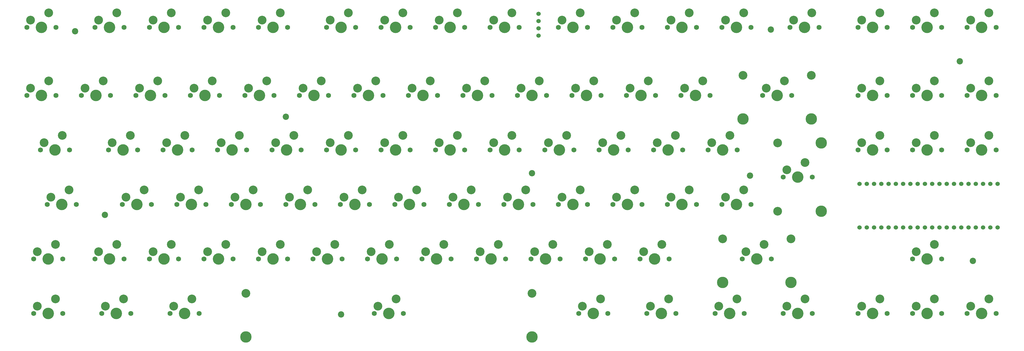
<source format=gts>
G04 #@! TF.GenerationSoftware,KiCad,Pcbnew,8.0.6*
G04 #@! TF.CreationDate,2024-12-17T01:06:02+01:00*
G04 #@! TF.ProjectId,wxKeyboard,77784b65-7962-46f6-9172-642e6b696361,rev?*
G04 #@! TF.SameCoordinates,Original*
G04 #@! TF.FileFunction,Soldermask,Top*
G04 #@! TF.FilePolarity,Negative*
%FSLAX46Y46*%
G04 Gerber Fmt 4.6, Leading zero omitted, Abs format (unit mm)*
G04 Created by KiCad (PCBNEW 8.0.6) date 2024-12-17 01:06:02*
%MOMM*%
%LPD*%
G01*
G04 APERTURE LIST*
%ADD10C,2.200000*%
%ADD11C,3.048000*%
%ADD12C,3.987800*%
%ADD13C,1.750000*%
%ADD14C,3.050000*%
%ADD15C,4.000000*%
%ADD16C,1.524000*%
G04 APERTURE END LIST*
D10*
X357200000Y-377200000D03*
X433400000Y-378100000D03*
X290500000Y-426600000D03*
X271200000Y-357500000D03*
X506700000Y-338100000D03*
X440700000Y-327000000D03*
X511300000Y-407900000D03*
X197500000Y-327600000D03*
X207900000Y-391800000D03*
D11*
X443071250Y-390556750D03*
D12*
X458281250Y-390556750D03*
D11*
X443071250Y-366680750D03*
D12*
X458281250Y-366680750D03*
D13*
X421163750Y-426243750D03*
D14*
X422433750Y-423703750D03*
D15*
X426243750Y-426243750D03*
D14*
X428783750Y-421163750D03*
D13*
X431323750Y-426243750D03*
X509270000Y-369093750D03*
D14*
X510540000Y-366553750D03*
D15*
X514350000Y-369093750D03*
D14*
X516890000Y-364013750D03*
D13*
X519430000Y-369093750D03*
X375887500Y-407193750D03*
D14*
X377157500Y-404653750D03*
D15*
X380967500Y-407193750D03*
D14*
X383507500Y-402113750D03*
D13*
X386047500Y-407193750D03*
X471170000Y-326231250D03*
D14*
X472440000Y-323691250D03*
D15*
X476250000Y-326231250D03*
D14*
X478790000Y-321151250D03*
D13*
X481330000Y-326231250D03*
X366395000Y-388143750D03*
D14*
X367665000Y-385603750D03*
D15*
X371475000Y-388143750D03*
D14*
X374015000Y-383063750D03*
D13*
X376555000Y-388143750D03*
X285432500Y-326231250D03*
D14*
X286702500Y-323691250D03*
D15*
X290512500Y-326231250D03*
D14*
X293052500Y-321151250D03*
D13*
X295592500Y-326231250D03*
X423545000Y-326231250D03*
D14*
X424815000Y-323691250D03*
D15*
X428625000Y-326231250D03*
D14*
X431165000Y-321151250D03*
D13*
X433705000Y-326231250D03*
D11*
X257181250Y-419258750D03*
D12*
X257181250Y-434468750D03*
D11*
X357181250Y-419258750D03*
D12*
X357181250Y-434468750D03*
D13*
X509270000Y-326231250D03*
D14*
X510540000Y-323691250D03*
D15*
X514350000Y-326231250D03*
D14*
X516890000Y-321151250D03*
D13*
X519430000Y-326231250D03*
X404495000Y-388143750D03*
D14*
X405765000Y-385603750D03*
D15*
X409575000Y-388143750D03*
D14*
X412115000Y-383063750D03*
D13*
X414655000Y-388143750D03*
X187801250Y-388143750D03*
D14*
X189071250Y-385603750D03*
D15*
X192881250Y-388143750D03*
D14*
X195421250Y-383063750D03*
D13*
X197961250Y-388143750D03*
X261620000Y-407193750D03*
D14*
X262890000Y-404653750D03*
D15*
X266700000Y-407193750D03*
D14*
X269240000Y-402113750D03*
D13*
X271780000Y-407193750D03*
X261620000Y-326231250D03*
D14*
X262890000Y-323691250D03*
D15*
X266700000Y-326231250D03*
D14*
X269240000Y-321151250D03*
D13*
X271780000Y-326231250D03*
X280670000Y-407193750D03*
D14*
X281940000Y-404653750D03*
D15*
X285750000Y-407193750D03*
D14*
X288290000Y-402113750D03*
D13*
X290830000Y-407193750D03*
X223520000Y-407193750D03*
D14*
X224790000Y-404653750D03*
D15*
X228600000Y-407193750D03*
D14*
X231140000Y-402113750D03*
D13*
X233680000Y-407193750D03*
X237807500Y-350043750D03*
D14*
X239077500Y-347503750D03*
D15*
X242887500Y-350043750D03*
D14*
X245427500Y-344963750D03*
D13*
X247967500Y-350043750D03*
X290195000Y-388143750D03*
D14*
X291465000Y-385603750D03*
D15*
X295275000Y-388143750D03*
D14*
X297815000Y-383063750D03*
D13*
X300355000Y-388143750D03*
X447357500Y-326231250D03*
D14*
X448627500Y-323691250D03*
D15*
X452437500Y-326231250D03*
D14*
X454977500Y-321151250D03*
D13*
X457517500Y-326231250D03*
X323532500Y-326231250D03*
D14*
X324802500Y-323691250D03*
D15*
X328612500Y-326231250D03*
D14*
X331152500Y-321151250D03*
D13*
X333692500Y-326231250D03*
X230663750Y-426243750D03*
D14*
X231933750Y-423703750D03*
D15*
X235743750Y-426243750D03*
D14*
X238283750Y-421163750D03*
D13*
X240823750Y-426243750D03*
X342582500Y-326231250D03*
D14*
X343852500Y-323691250D03*
D15*
X347662500Y-326231250D03*
D14*
X350202500Y-321151250D03*
D13*
X352742500Y-326231250D03*
X373538750Y-426243750D03*
D14*
X374808750Y-423703750D03*
D15*
X378618750Y-426243750D03*
D14*
X381158750Y-421163750D03*
D13*
X383698750Y-426243750D03*
X342582500Y-369093750D03*
D14*
X343852500Y-366553750D03*
D15*
X347662500Y-369093750D03*
D14*
X350202500Y-364013750D03*
D13*
X352742500Y-369093750D03*
X204470000Y-407193750D03*
D14*
X205740000Y-404653750D03*
D15*
X209550000Y-407193750D03*
D14*
X212090000Y-402113750D03*
D13*
X214630000Y-407193750D03*
X490220000Y-326231250D03*
D14*
X491490000Y-323691250D03*
D15*
X495300000Y-326231250D03*
D14*
X497840000Y-321151250D03*
D13*
X500380000Y-326231250D03*
X285432500Y-369093750D03*
D14*
X286702500Y-366553750D03*
D15*
X290512500Y-369093750D03*
D14*
X293052500Y-364013750D03*
D13*
X295592500Y-369093750D03*
X266382500Y-369093750D03*
D14*
X267652500Y-366553750D03*
D15*
X271462500Y-369093750D03*
D14*
X274002500Y-364013750D03*
D13*
X276542500Y-369093750D03*
X213995000Y-388143750D03*
D14*
X215265000Y-385603750D03*
D15*
X219075000Y-388143750D03*
D14*
X221615000Y-383063750D03*
D13*
X224155000Y-388143750D03*
X180657500Y-326231250D03*
D14*
X181927500Y-323691250D03*
D15*
X185737500Y-326231250D03*
D14*
X188277500Y-321151250D03*
D13*
X190817500Y-326231250D03*
X385445000Y-326231250D03*
D14*
X386715000Y-323691250D03*
D15*
X390525000Y-326231250D03*
D14*
X393065000Y-321151250D03*
D13*
X395605000Y-326231250D03*
D11*
X430974500Y-343058750D03*
D12*
X430974500Y-358268750D03*
D11*
X454850500Y-343058750D03*
D12*
X454850500Y-358268750D03*
D13*
X204470000Y-326231250D03*
D14*
X205740000Y-323691250D03*
D15*
X209550000Y-326231250D03*
D14*
X212090000Y-321151250D03*
D13*
X214630000Y-326231250D03*
X328295000Y-388143750D03*
D14*
X329565000Y-385603750D03*
D15*
X333375000Y-388143750D03*
D14*
X335915000Y-383063750D03*
D13*
X338455000Y-388143750D03*
X314007500Y-350043750D03*
D14*
X315277500Y-347503750D03*
D15*
X319087500Y-350043750D03*
D14*
X321627500Y-344963750D03*
D13*
X324167500Y-350043750D03*
X356870000Y-407193750D03*
D14*
X358140000Y-404653750D03*
D15*
X361950000Y-407193750D03*
D14*
X364490000Y-402113750D03*
D13*
X367030000Y-407193750D03*
X490220000Y-426243750D03*
D14*
X491490000Y-423703750D03*
D15*
X495300000Y-426243750D03*
D14*
X497840000Y-421163750D03*
D13*
X500380000Y-426243750D03*
X183038750Y-407193750D03*
D14*
X184308750Y-404653750D03*
D15*
X188118750Y-407193750D03*
D14*
X190658750Y-402113750D03*
D13*
X193198750Y-407193750D03*
X242570000Y-326231250D03*
D14*
X243840000Y-323691250D03*
D15*
X247650000Y-326231250D03*
D14*
X250190000Y-321151250D03*
D13*
X252730000Y-326231250D03*
X304482500Y-369093750D03*
D14*
X305752500Y-366553750D03*
D15*
X309562500Y-369093750D03*
D14*
X312102500Y-364013750D03*
D13*
X314642500Y-369093750D03*
X304482500Y-326231250D03*
D14*
X305752500Y-323691250D03*
D15*
X309562500Y-326231250D03*
D14*
X312102500Y-321151250D03*
D13*
X314642500Y-326231250D03*
X333057500Y-350043750D03*
D14*
X334327500Y-347503750D03*
D15*
X338137500Y-350043750D03*
D14*
X340677500Y-344963750D03*
D13*
X343217500Y-350043750D03*
X399732500Y-369093750D03*
D14*
X401002500Y-366553750D03*
D15*
X404812500Y-369093750D03*
D14*
X407352500Y-364013750D03*
D13*
X409892500Y-369093750D03*
X242570000Y-407193750D03*
D14*
X243840000Y-404653750D03*
D15*
X247650000Y-407193750D03*
D14*
X250190000Y-402113750D03*
D13*
X252730000Y-407193750D03*
X228282500Y-369093750D03*
D14*
X229552500Y-366553750D03*
D15*
X233362500Y-369093750D03*
D14*
X235902500Y-364013750D03*
D13*
X238442500Y-369093750D03*
X256857500Y-350043750D03*
D14*
X258127500Y-347503750D03*
D15*
X261937500Y-350043750D03*
D14*
X264477500Y-344963750D03*
D13*
X267017500Y-350043750D03*
X185420000Y-369093750D03*
D14*
X186690000Y-366553750D03*
D15*
X190500000Y-369093750D03*
D14*
X193040000Y-364013750D03*
D13*
X195580000Y-369093750D03*
X437832500Y-350043750D03*
D14*
X439102500Y-347503750D03*
D15*
X442912500Y-350043750D03*
D14*
X445452500Y-344963750D03*
D13*
X447992500Y-350043750D03*
X183038750Y-426243750D03*
D14*
X184308750Y-423703750D03*
D15*
X188118750Y-426243750D03*
D14*
X190658750Y-421163750D03*
D13*
X193198750Y-426243750D03*
X444976250Y-378618750D03*
D14*
X446246250Y-376078750D03*
D15*
X450056250Y-378618750D03*
D14*
X452596250Y-373538750D03*
D13*
X455136250Y-378618750D03*
X294957500Y-350043750D03*
D14*
X296227500Y-347503750D03*
D15*
X300037500Y-350043750D03*
D14*
X302577500Y-344963750D03*
D13*
X305117500Y-350043750D03*
X471170000Y-350043750D03*
D14*
X472440000Y-347503750D03*
D15*
X476250000Y-350043750D03*
D14*
X478790000Y-344963750D03*
D13*
X481330000Y-350043750D03*
X318770000Y-407193750D03*
D14*
X320040000Y-404653750D03*
D15*
X323850000Y-407193750D03*
D14*
X326390000Y-402113750D03*
D13*
X328930000Y-407193750D03*
X247332500Y-369093750D03*
D14*
X248602500Y-366553750D03*
D15*
X252412500Y-369093750D03*
D14*
X254952500Y-364013750D03*
D13*
X257492500Y-369093750D03*
X409257500Y-350043750D03*
D14*
X410527500Y-347503750D03*
D15*
X414337500Y-350043750D03*
D14*
X416877500Y-344963750D03*
D13*
X419417500Y-350043750D03*
X275907500Y-350043750D03*
D14*
X277177500Y-347503750D03*
D15*
X280987500Y-350043750D03*
D14*
X283527500Y-344963750D03*
D13*
X286067500Y-350043750D03*
X206851250Y-426243750D03*
D14*
X208121250Y-423703750D03*
D15*
X211931250Y-426243750D03*
D14*
X214471250Y-421163750D03*
D13*
X217011250Y-426243750D03*
X509270000Y-350043750D03*
D14*
X510540000Y-347503750D03*
D15*
X514350000Y-350043750D03*
D14*
X516890000Y-344963750D03*
D13*
X519430000Y-350043750D03*
X371157500Y-350043750D03*
D14*
X372427500Y-347503750D03*
D15*
X376237500Y-350043750D03*
D14*
X378777500Y-344963750D03*
D13*
X381317500Y-350043750D03*
X218757500Y-350043750D03*
D14*
X220027500Y-347503750D03*
D15*
X223837500Y-350043750D03*
D14*
X226377500Y-344963750D03*
D13*
X228917500Y-350043750D03*
X385445000Y-388143750D03*
D14*
X386715000Y-385603750D03*
D15*
X390525000Y-388143750D03*
D14*
X393065000Y-383063750D03*
D13*
X395605000Y-388143750D03*
X444976250Y-426243750D03*
D14*
X446246250Y-423703750D03*
D15*
X450056250Y-426243750D03*
D14*
X452596250Y-421163750D03*
D13*
X455136250Y-426243750D03*
X430688750Y-407193750D03*
D14*
X431958750Y-404653750D03*
D15*
X435768750Y-407193750D03*
D14*
X438308750Y-402113750D03*
D13*
X440848750Y-407193750D03*
X490220000Y-407193750D03*
D14*
X491490000Y-404653750D03*
D15*
X495300000Y-407193750D03*
D14*
X497840000Y-402113750D03*
D13*
X500380000Y-407193750D03*
X337820000Y-407193750D03*
D14*
X339090000Y-404653750D03*
D15*
X342900000Y-407193750D03*
D14*
X345440000Y-402113750D03*
D13*
X347980000Y-407193750D03*
X423545000Y-388143750D03*
D14*
X424815000Y-385603750D03*
D15*
X428625000Y-388143750D03*
D14*
X431165000Y-383063750D03*
D13*
X433705000Y-388143750D03*
X471170000Y-369093750D03*
D14*
X472440000Y-366553750D03*
D15*
X476250000Y-369093750D03*
D14*
X478790000Y-364013750D03*
D13*
X481330000Y-369093750D03*
X490220000Y-369093750D03*
D14*
X491490000Y-366553750D03*
D15*
X495300000Y-369093750D03*
D14*
X497840000Y-364013750D03*
D13*
X500380000Y-369093750D03*
X361637500Y-369093750D03*
D14*
X362907500Y-366553750D03*
D15*
X366717500Y-369093750D03*
D14*
X369257500Y-364013750D03*
D13*
X371797500Y-369093750D03*
X309245000Y-388143750D03*
D14*
X310515000Y-385603750D03*
D15*
X314325000Y-388143750D03*
D14*
X316865000Y-383063750D03*
D13*
X319405000Y-388143750D03*
X394970000Y-407193750D03*
D14*
X396240000Y-404653750D03*
D15*
X400050000Y-407193750D03*
D14*
X402590000Y-402113750D03*
D13*
X405130000Y-407193750D03*
X252095000Y-388143750D03*
D14*
X253365000Y-385603750D03*
D15*
X257175000Y-388143750D03*
D14*
X259715000Y-383063750D03*
D13*
X262255000Y-388143750D03*
X302101250Y-426243750D03*
D14*
X303371250Y-423703750D03*
D15*
X307181250Y-426243750D03*
D14*
X309721250Y-421163750D03*
D13*
X312261250Y-426243750D03*
X347345000Y-388143750D03*
D14*
X348615000Y-385603750D03*
D15*
X352425000Y-388143750D03*
D14*
X354965000Y-383063750D03*
D13*
X357505000Y-388143750D03*
X271145000Y-388143750D03*
D14*
X272415000Y-385603750D03*
D15*
X276225000Y-388143750D03*
D14*
X278765000Y-383063750D03*
D13*
X281305000Y-388143750D03*
X471170000Y-426243750D03*
D14*
X472440000Y-423703750D03*
D15*
X476250000Y-426243750D03*
D14*
X478790000Y-421163750D03*
D13*
X481330000Y-426243750D03*
X418782500Y-369093750D03*
D14*
X420052500Y-366553750D03*
D15*
X423862500Y-369093750D03*
D14*
X426402500Y-364013750D03*
D13*
X428942500Y-369093750D03*
X404495000Y-326231250D03*
D14*
X405765000Y-323691250D03*
D15*
X409575000Y-326231250D03*
D14*
X412115000Y-321151250D03*
D13*
X414655000Y-326231250D03*
X323532500Y-369093750D03*
D14*
X324802500Y-366553750D03*
D15*
X328612500Y-369093750D03*
D14*
X331152500Y-364013750D03*
D13*
X333692500Y-369093750D03*
D16*
X359500000Y-321500000D03*
X359500000Y-324040000D03*
X359500000Y-326580000D03*
X359500000Y-329120000D03*
D13*
X199707500Y-350043750D03*
D14*
X200977500Y-347503750D03*
D15*
X204787500Y-350043750D03*
D14*
X207327500Y-344963750D03*
D13*
X209867500Y-350043750D03*
X180657500Y-350043750D03*
D14*
X181927500Y-347503750D03*
D15*
X185737500Y-350043750D03*
D14*
X188277500Y-344963750D03*
D13*
X190817500Y-350043750D03*
X209232500Y-369093750D03*
D14*
X210502500Y-366553750D03*
D15*
X214312500Y-369093750D03*
D14*
X216852500Y-364013750D03*
D13*
X219392500Y-369093750D03*
D11*
X423830750Y-400208750D03*
D12*
X423830750Y-415418750D03*
D11*
X447706750Y-400208750D03*
D12*
X447706750Y-415418750D03*
D13*
X223520000Y-326231250D03*
D14*
X224790000Y-323691250D03*
D15*
X228600000Y-326231250D03*
D14*
X231140000Y-321151250D03*
D13*
X233680000Y-326231250D03*
X380682500Y-369093750D03*
D14*
X381952500Y-366553750D03*
D15*
X385762500Y-369093750D03*
D14*
X388302500Y-364013750D03*
D13*
X390842500Y-369093750D03*
X390207500Y-350043750D03*
D14*
X391477500Y-347503750D03*
D15*
X395287500Y-350043750D03*
D14*
X397827500Y-344963750D03*
D13*
X400367500Y-350043750D03*
X490220000Y-350043750D03*
D14*
X491490000Y-347503750D03*
D15*
X495300000Y-350043750D03*
D14*
X497840000Y-344963750D03*
D13*
X500380000Y-350043750D03*
X299720000Y-407193750D03*
D14*
X300990000Y-404653750D03*
D15*
X304800000Y-407193750D03*
D14*
X307340000Y-402113750D03*
D13*
X309880000Y-407193750D03*
X366395000Y-326231250D03*
D14*
X367665000Y-323691250D03*
D15*
X371475000Y-326231250D03*
D14*
X374015000Y-321151250D03*
D13*
X376555000Y-326231250D03*
X509270000Y-426243750D03*
D14*
X510540000Y-423703750D03*
D15*
X514350000Y-426243750D03*
D14*
X516890000Y-421163750D03*
D13*
X519430000Y-426243750D03*
X397351250Y-426243750D03*
D14*
X398621250Y-423703750D03*
D15*
X402431250Y-426243750D03*
D14*
X404971250Y-421163750D03*
D13*
X407511250Y-426243750D03*
X352107500Y-350043750D03*
D14*
X353377500Y-347503750D03*
D15*
X357187500Y-350043750D03*
D14*
X359727500Y-344963750D03*
D13*
X362267500Y-350043750D03*
X233045000Y-388143750D03*
D14*
X234315000Y-385603750D03*
D15*
X238125000Y-388143750D03*
D14*
X240665000Y-383063750D03*
D13*
X243205000Y-388143750D03*
D16*
X519880000Y-396240000D03*
X517340000Y-396240000D03*
X514800000Y-396240000D03*
X512260000Y-396240000D03*
X509720000Y-396240000D03*
X507180000Y-396240000D03*
X504640000Y-396240000D03*
X502100000Y-396240000D03*
X499560000Y-396240000D03*
X497020000Y-396240000D03*
X494480000Y-396240000D03*
X491940000Y-396240000D03*
X489400000Y-396240000D03*
X486860000Y-396240000D03*
X484320000Y-396240000D03*
X481780000Y-396240000D03*
X479240000Y-396240000D03*
X476700000Y-396240000D03*
X474160000Y-396240000D03*
X471620000Y-396240000D03*
X519880000Y-381000000D03*
X517340000Y-381000000D03*
X514800000Y-381000000D03*
X512260000Y-381000000D03*
X509720000Y-381000000D03*
X507180000Y-381000000D03*
X504640000Y-381000000D03*
X502100000Y-381000000D03*
X499560000Y-381000000D03*
X497020000Y-381000000D03*
X494480000Y-381000000D03*
X491940000Y-381000000D03*
X489400000Y-381000000D03*
X486860000Y-381000000D03*
X484320000Y-381000000D03*
X481780000Y-381000000D03*
X479240000Y-381000000D03*
X476700000Y-381000000D03*
X474160000Y-381000000D03*
X471620000Y-381000000D03*
M02*

</source>
